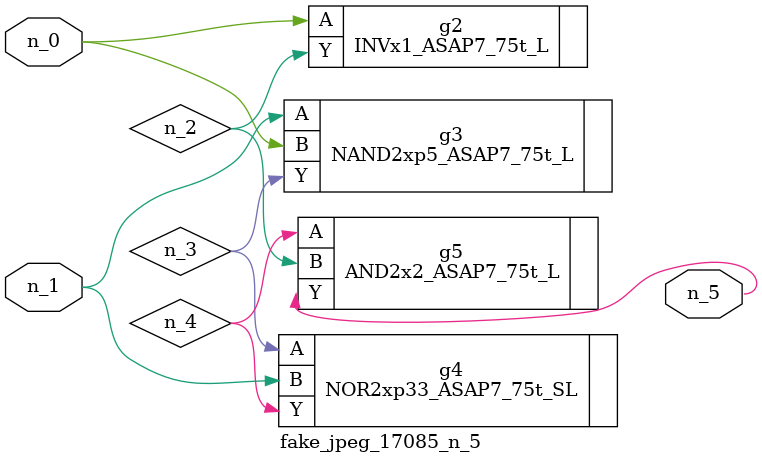
<source format=v>
module fake_jpeg_17085_n_5 (n_0, n_1, n_5);

input n_0;
input n_1;

output n_5;

wire n_2;
wire n_3;
wire n_4;

INVx1_ASAP7_75t_L g2 ( 
.A(n_0),
.Y(n_2)
);

NAND2xp5_ASAP7_75t_L g3 ( 
.A(n_1),
.B(n_0),
.Y(n_3)
);

NOR2xp33_ASAP7_75t_SL g4 ( 
.A(n_3),
.B(n_1),
.Y(n_4)
);

AND2x2_ASAP7_75t_L g5 ( 
.A(n_4),
.B(n_2),
.Y(n_5)
);


endmodule
</source>
